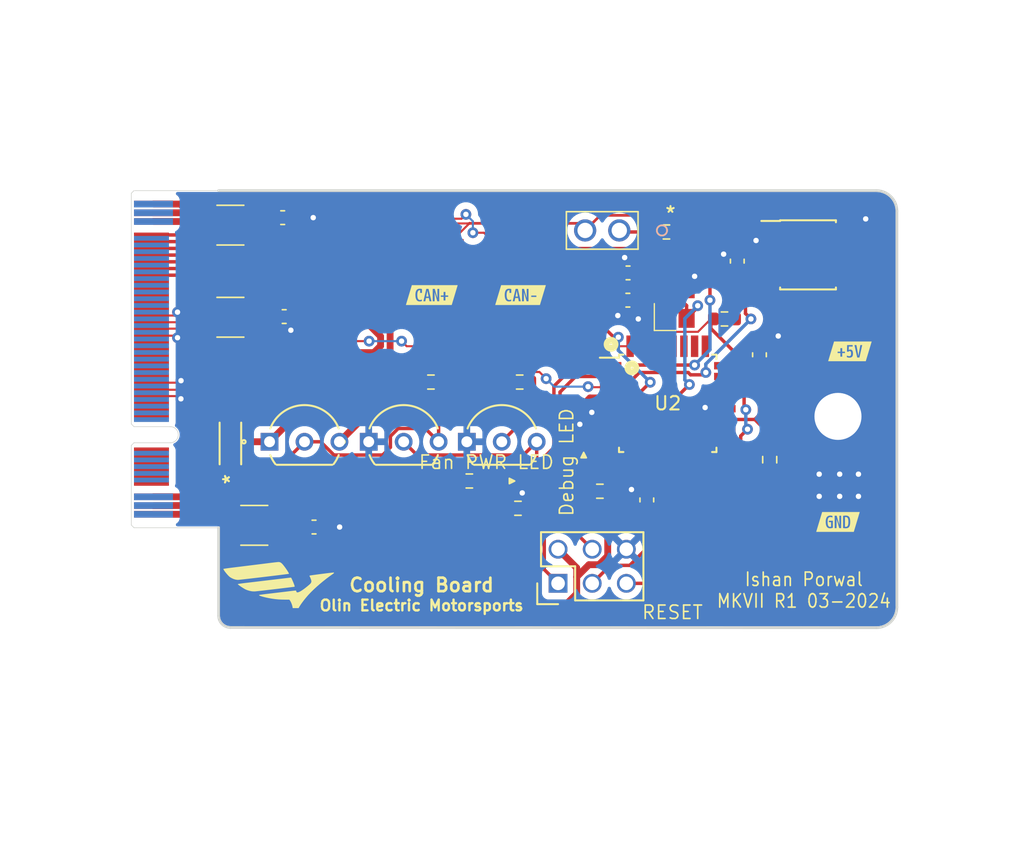
<source format=kicad_pcb>
(kicad_pcb (version 20221018) (generator pcbnew)
  (layers (0 "F.Cu" signal) (31 "B.Cu" signal) (34 "B.Paste" user) (35 "F.Paste" user) (36 "B.SilkS" user "B.Silkscreen") (37 "F.SilkS" user "F.Silkscreen") (38 "B.Mask" user) (39 "F.Mask" user) (44 "Edge.Cuts" user))
  (net 0 "")
  (net 1 "/pump_PWM")
  (net 2 "/Fan Power")
  (net 3 "+5V")
  (net 4 "GND")
  (net 24 "/CAN_+")
  (net 25 "/CAN_-")
  (net 41 "/Fan Signal")
  (net 56 "/RESET")
  (net 57 "/MISO")
  (net 58 "/MOSI")
  (net 59 "/CAN_TX")
  (net 60 "Net-(U2-AVCC)")
  (net 61 "Net-(U2-(PCINT25{slash}OC0B{slash}XTAL1)PE1)")
  (net 62 "Net-(U2-(PCINT26{slash}ADC0{slash}XTAL2)PE2)")
  (net 63 "Net-(U4-COLLECTOR)")
  (net 68 "Net-(U3-COLLECTOR)")
  (net 70 "Net-(D1-A)")
  (net 88 "/SCK")
  (net 89 "/CAN_RX")
  (net 90 "Net-(D2-A)")
  (net 91 "Net-(F1-Pad2)")
  (net 92 "Net-(F2-Pad2)")
  (net 93 "Net-(F3-Pad2)")
  (net 94 "Net-(U2-(PCINT0{slash}MISO{slash}PSCOUT2A)PB0)")
  (net 95 "Net-(U3-BASE)")
  (net 96 "+BATT")
  (net 98 "Net-(JP1-A)")
  (footprint "cooling-board:PN2222ABU" (layer "F.Cu") (at 101.33855 119.253)
    (fp_text reference "U5" hide)
    (fp_text value "PN2222ABU")
  )
  (footprint "OEM:R_0603" (layer "F.Cu") (at 116.205 122.174 180)
    (fp_text reference "R7" hide)
    (fp_text value "R_510" hide)
  )
  (footprint "footprints:SOIC-8_3.9x4.9mm_Pitch1.27mm_OEM" (layer "F.Cu") (at 141.40845 105.3362)
    (fp_text reference "U1" hide)
    (fp_text value "MCP2561-E_SN" hide)
  )
  (footprint "OEM:C_0603" (layer "F.Cu") (at 102.428 109.9312)
    (fp_text reference "C7" hide)
    (fp_text value "C_10uF" hide)
  )
  (footprint "footprints:Test_Point_SMD" (layer "F.Cu") (at 113.538 105.664)
    (fp_text reference "TP2" hide)
    (fp_text value "TP_SMD")
  )
  (footprint "cooling-board:PN2222ABU" (layer "F.Cu") (at 108.719 119.253)
    (fp_text reference "U4" hide)
    (fp_text value "PN2222ABU")
  )
  (footprint "oem:oem_logo_10mm" (layer "F.Cu") (at 102.108 129.921)
    (fp_text reference "G***" hide)
    (fp_text value "LOGO" hide)
  )
  (footprint "OEM:C_0603" (layer "F.Cu") (at 128.003 108.712 180)
    (fp_text reference "C5" hide)
    (fp_text value "C_30pF" hide)
  )
  (footprint "OEM:C_0603" (layer "F.Cu") (at 104.648 125.603)
    (fp_text reference "C6" hide)
    (fp_text value "C_10uF" hide)
  )
  (footprint "kibuzzard-65EFA8D0" (layer "F.Cu") (at 143.637 125.222)
    (fp_text reference "kibuzzard-65EFA8D0" hide)
    (fp_text value "G***" hide)
  )
  (footprint "OEM:R_0603" (layer "F.Cu") (at 113.348 114.808)
    (fp_text reference "R6" hide)
    (fp_text value "R_4.7K" hide)
  )
  (footprint "footprints:pinheader_1x2" (layer "F.Cu") (at 127.3635 103.5175 180)
    (fp_text reference "JP1" hide)
    (fp_text value "SolderJumper_2_Open" hide)
  )
  (footprint "footprints:Test_Point_SMD" (layer "F.Cu") (at 144.526 109.855)
    (fp_text reference "TP1" hide)
    (fp_text value "TP_SMD")
  )
  (footprint "footprints:LED_0603_1608Metric" (layer "F.Cu") (at 119.38 122.174 180)
    (fp_text reference "D1" hide)
    (fp_text value "Fan_Power_Led")
  )
  (footprint "OEM:R_0603" (layer "F.Cu") (at 138.557 120.586 90)
    (fp_text reference "R1" hide)
    (fp_text value "R_100" hide)
  )
  (footprint "OEM:R_0603" (layer "F.Cu") (at 119.824 124.206 180)
    (fp_text reference "R5" hide)
    (fp_text value "R_4.7K" hide)
  )
  (footprint "kibuzzard-65EFA786" (layer "F.Cu") (at 120.015 108.331)
    (fp_text reference "kibuzzard-65EFA786" hide)
    (fp_text value "G***" hide)
  )
  (footprint "cooling-board:1N4148W-13-F" (layer "F.Cu") (at 98.425 119.38 90)
    (fp_text reference "CR1" hide)
    (fp_text value "1N4148W-13-F")
  )
  (footprint "footprints:LED_0603_1608Metric" (layer "F.Cu") (at 124.714 120.2435 -90)
    (fp_text reference "D2" hide)
    (fp_text value "+5V LED")
  )
  (footprint "OEM:C_0603" (layer "F.Cu") (at 137.795 112.776 90)
    (fp_text reference "C3" hide)
    (fp_text value "C_100pF" hide)
  )
  (footprint "OEM:R_0603" (layer "F.Cu") (at 125.92 122.936 180)
    (fp_text reference "R8" hide)
    (fp_text value "R_160" hide)
  )
  (footprint "OEM:C_0603" (layer "F.Cu") (at 102.31545 102.5652)
    (fp_text reference "C8" hide)
    (fp_text value "C_10uF" hide)
  )
  (footprint "footprints:TQFP-32_7x7mm_Pitch0.8mm" (layer "F.Cu") (at 130.96845 116.3912)
    (fp_text reference "U2" hide)
    (fp_text value "ATMEGA16M1" hide)
  )
  (footprint "OEM:R_0603" (layer "F.Cu") (at 135.191 110.109 180)
    (fp_text reference "R3" hide)
    (fp_text value "R_10K" hide)
  )
  (footprint "OEM:C_0603" (layer "F.Cu") (at 136.144 105.804 90)
    (fp_text reference "C2" hide)
    (fp_text value "C_0.1uF" hide)
  )
  (footprint "OEM:R_0603" (layer "F.Cu") (at 119.952 114.808)
    (fp_text reference "R4" hide)
    (fp_text value "R_4.7K" hide)
  )
  (footprint "footprints:Fuse_1210" (layer "F.Cu") (at 100.203 125.476 180)
    (fp_text reference "F1" hide)
    (fp_text value "F_500mA_16V" hide)
  )
  (footprint "footprints:Fuse_1210" (layer "F.Cu") (at 98.425 103.124 180)
    (fp_text reference "F3" hide)
    (fp_text value "F_500mA_16V" hide)
  )
  (footprint "OEM:R_0603" (layer "F.Cu") (at 130.874 103.632)
    (fp_text reference "R2" hide)
    (fp_text value "R_120_DNP" hide)
  )
  (footprint "kibuzzard-65EFA7CF" (layer "F.Cu") (at 144.526 112.522)
    (fp_text reference "kibuzzard-65EFA7CF" hide)
    (fp_text value "G***" hide)
  )
  (footprint "footprints:Crystal_SMD_FA238" (layer "F.Cu") (at 131.572 108.966 90)
    (fp_text reference "Y1" hide)
    (fp_text value "Crystal_SMD" hide)
  )
  (footprint "OEM:M.2_Mount" (layer "F.Cu") (at 143.637 117.348)
    (fp_text reference "H1" hide)
    (fp_text value "M.2_MountingHole" hide)
  )
  (footprint "footprints:Test_Point_SMD" (layer "F.Cu") (at 143.637 122.555)
    (fp_text reference "TP4" hide)
    (fp_text value "TP_SMD")
  )
  (footprint "cooling-board:PN2222ABU" (layer "F.Cu") (at 116.018 119.253)
    (fp_text reference "U3" hide)
    (fp_text value "PN2222ABU")
  )
  (footprint "footprints:Pin_Header_Straight_2x03" (layer "F.Cu") (at 122.809 129.794 90)
    (fp_text reference "J2" hide)
    (fp_text value "CONN_02x03" hide)
  )
  (footprint "footprints:Automotive_M.2_Edge_Connector" (layer "F.Cu") (at 91.05045 113.1032 90)
    (fp_text reference "J1" hide)
    (fp_text value "Automotive_M.2" hide)
    (fp_line (start -12.55 0.2) (end -12.55 6.5) (stroke (width 0.05)) (layer "Edge.Cuts"))
    (fp_line (start -12.55 0.2) (end -12.35 0) (stroke (width 0.05)) (layer "Edge.Cuts"))
    (fp_line (start -12.35 0) (end -6.425 0) (stroke (width 0.05)) (layer "Edge.Cuts"))
    (fp_line (start -6.225 0.2) (end -6.425 0) (stroke (width 0.05)) (layer "Edge.Cuts"))
    (fp_line (start -6.225 2.9) (end -6.225 0.2) (stroke (width 0.05)) (layer "Edge.Cuts"))
    (fp_line (start -5.025 0.2) (end -4.825 0) (stroke (width 0.05)) (layer "Edge.Cuts"))
    (fp_line (start -5.025 2.9) (end -5.025 0.2) (stroke (width 0.05)) (layer "Edge.Cuts"))
    (fp_line (start -4.825 0) (end 12.35 0) (stroke (width 0.05)) (layer "Edge.Cuts"))
    (fp_line (start 12.55 0.2) (end 12.35 0) (stroke (width 0.05)) (layer "Edge.Cuts"))
    (fp_line (start 12.55 0.2) (end 12.55 6.5) (stroke (width 0.05)) (layer "Edge.Cuts"))
    (fp_arc (start -5.025 2.9) (mid -5.625 3.5) (end -6.225 2.9) (stroke (width 0.05)) (layer "Edge.Cuts"))
  )
  (footprint "footprints:Fuse_1210" (layer "F.Cu") (at 98.425 109.982 180)
    (fp_text reference "F2" hide)
    (fp_text value "F_500mA_16V" hide)
  )
  (footprint "OEM:C_0603" (layer "F.Cu") (at 129.413 123.584 90)
    (fp_text reference "C1" hide)
    (fp_text value "C_0.1uF" hide)
  )
  (footprint "footprints:Test_Point_SMD" (layer "F.Cu") (at 120.015 105.664)
    (fp_text reference "TP3" hide)
    (fp_text value "TP_SMD")
  )
  (footprint "OEM:C_0603" (layer "F.Cu") (at 128.016 106.68 180)
    (fp_text reference "C4" hide)
    (fp_text value "C_30pF" hide)
  )
  (footprint "kibuzzard-65EFA79B" (layer "F.Cu") (at 113.411 108.331)
    (fp_text reference "kibuzzard-65EFA79B" hide)
    (fp_text value "G***" hide)
  )
  (gr_line (start 146.49845 100.5532) (end 97.55045 100.5532) (stroke (width 0.2)) (layer "Edge.Cuts"))
  (gr_arc (start 146.49845 100.5532) (mid 147.576081 100.999569) (end 148.02245 102.0772) (stroke (width 0.2)) (layer "Edge.Cuts"))
  (gr_arc (start 98.425051 133.07928) (mid 97.80707 132.824265) (end 97.55045 132.206949) (stroke (width 0.2)) (layer "Edge.Cuts"))
  (gr_arc (start 148.02245 131.572) (mid 147.576081 132.649631) (end 146.49845 133.096) (stroke (width 0.2)) (layer "Edge.Cuts"))
  (gr_line (start 97.55045 125.6532) (end 97.55045 132.206949) (stroke (width 0.2)) (layer "Edge.Cuts"))
  (gr_line (start 148.02245 131.572) (end 148.02245 102.0772) (stroke (width 0.2)) (layer "Edge.Cuts"))
  (gr_line (start 98.425051 133.07928) (end 146.49845 133.096) (stroke (width 0.2)) (layer "Edge.Cuts"))
  (gr_text "Fan PWR LED" (at 117.475 120.777) (layer "F.SilkS") (effects (font (size 1 1) (thickness 0.12))))
  (gr_text "Debug LED" (at 123.444 120.777 90) (layer "F.SilkS") (effects (font (size 1 1) (thickness 0.12))))
  (gr_text "Olin Electric Motorsports" (at 112.649 131.445) (layer "F.SilkS") (effects (font (size 0.8 0.8) (thickness 0.175) bold)))
  (gr_text "Cooling Board" (at 112.649 129.921) (layer "F.SilkS") (effects (font (size 1 1) (thickness 0.2))))
  (gr_text "Ishan Porwal\nMKVII R1 03-2024\n" (at 141.097 130.302) (layer "F.SilkS") (effects (font (size 1 0.9) (thickness 0.12))))
  (gr_text "RESET" (at 131.318 131.953) (layer "F.SilkS") (effects (font (size 1 1) (thickness 0.12))))
  (segment (start 111.5442 112.1412) (end 128.16845 112.1412) (width 0.1524) (layer "F.Cu") (net 1))
  (segment (start 95.5676 115.3794) (end 99.187 111.76) (width 0.1524) (layer "F.Cu") (net 1))
  (segment (start 92.57665 115.3794) (end 95.5676 115.3794) (width 0.1524) (layer "F.Cu") (net 1))
  (segment (start 128.16825 112.141) (end 128.16845 112.1412) (width 0.1524) (layer "F.Cu") (net 1))
  (segment (start 111.163 111.76) (end 111.5442 112.1412) (width 0.1524) (layer "F.Cu") (net 1))
  (segment (start 92.55045 115.3532) (end 92.57665 115.3794) (width 0.1524) (layer "F.Cu") (net 1))
  (segment (start 99.187 111.76) (end 108.747 111.76) (width 0.1524) (layer "F.Cu") (net 1))
  (via (at 108.747 111.76) (size 0.8) (drill 0.4) (layers "F.Cu" "B.Cu") (net 1))
  (via (at 111.163 111.76) (size 0.8) (drill 0.4) (layers "F.Cu" "B.Cu") (net 1))
  (segment (start 108.747 111.76) (end 111.163 111.76) (width 0.1524) (layer "B.Cu") (net 1))
  (segment (start 106.041275 114.550275) (end 101.33855 119.253) (width 0.508) (layer "F.Cu") (net 2))
  (segment (start 100.023 119.253) (end 98.425 117.655) (width 0.508) (layer "F.Cu") (net 2))
  (segment (start 99.190725 114.550275) (end 106.041275 114.550275) (width 0.508) (layer "F.Cu") (net 2))
  (segment (start 99.06 123.063) (end 97.917 123.063) (width 0.508) (layer "F.Cu") (net 2))
  (segment (start 101.33855 119.253) (end 100.023 119.253) (width 0.508) (layer "F.Cu") (net 2))
  (segment (start 107.196939 109.0022) (end 109.601 111.406261) (width 0.508) (layer "F.Cu") (net 2))
  (segment (start 101.653 109.9312) (end 102.582 109.0022) (width 0.508) (layer "F.Cu") (net 2))
  (segment (start 109.601 111.406261) (end 109.601 112.113739) (width 0.508) (layer "F.Cu") (net 2))
  (segment (start 97.917 123.063) (end 96.901 122.047) (width 0.508) (layer "F.Cu") (net 2))
  (segment (start 99.875 109.982) (end 99.9258 109.9312) (width 0.381) (layer "F.Cu") (net 2))
  (segment (start 102.582 109.0022) (end 107.196939 109.0022) (width 0.508) (layer "F.Cu") (net 2))
  (segment (start 109.601 112.113739) (end 109.100739 112.614) (width 0.508) (layer "F.Cu") (net 2))
  (segment (start 99.9258 109.9312) (end 101.653 109.9312) (width 0.381) (layer "F.Cu") (net 2))
  (segment (start 96.901 116.84) (end 99.190725 114.550275) (width 0.508) (layer "F.Cu") (net 2))
  (segment (start 109.100739 112.614) (end 107.97755 112.614) (width 0.508) (layer "F.Cu") (net 2))
  (segment (start 107.97755 112.614) (end 106.041275 114.550275) (width 0.508) (layer "F.Cu") (net 2))
  (segment (start 99.949 122.174) (end 99.06 123.063) (width 0.508) (layer "F.Cu") (net 2))
  (segment (start 115.38 122.174) (end 99.949 122.174) (width 0.508) (layer "F.Cu") (net 2))
  (segment (start 96.901 122.047) (end 96.901 116.84) (width 0.508) (layer "F.Cu") (net 2))
  (segment (start 126.503 127.751) (end 126.503 125.487) (width 0.508) (layer "F.Cu") (net 3))
  (segment (start 140.046 106.83375) (end 140.046 113.192) (width 0.508) (layer "F.Cu") (net 3))
  (segment (start 123.534825 117.638175) (end 125.1818 115.9912) (width 0.508) (layer "F.Cu") (net 3))
  (segment (start 136.144 106.579) (end 136.7518 105.9712) (width 0.508) (layer "F.Cu") (net 3))
  (segment (start 138.70845 105.9712) (end 139.2452 105.9712) (width 0.508) (layer "F.Cu") (net 3))
  (segment (start 136.078 106.645) (end 136.144 106.579) (width 0.508) (layer "F.Cu") (net 3))
  (segment (start 114.768 124.674) (end 122.047 131.953) (width 0.508) (layer "F.Cu") (net 3))
  (segment (start 119.1005 124.206) (end 115.236 124.206) (width 0.508) (layer "F.Cu") (net 3))
  (segment (start 140.046 113.192) (end 143.51 109.728) (width 0.508) (layer "F.Cu") (net 3))
  (segment (start 125.846 128.408) (end 126.503 127.751) (width 0.508) (layer "F.Cu") (net 3))
  (segment (start 124.195 128.64) (end 124.195 129.315997) (width 0.508) (layer "F.Cu") (net 3))
  (segment (start 127.631 124.359) (end 129.413 124.359) (width 0.508) (layer "F.Cu") (net 3))
  (segment (start 140.046 113.192) (end 139.661 113.577) (width 0.508) (layer "F.Cu") (net 3))
  (segment (start 122.809 127.254) (end 124.195 128.64) (width 0.508) (layer "F.Cu") (net 3))
  (segment (start 124.195 129.315997) (end 125.102997 128.408) (width 0.508) (layer "F.Cu") (net 3))
  (segment (start 126.503 125.487) (end 125.233 125.487) (width 0.508) (layer "F.Cu") (net 3))
  (segment (start 126.503 125.487) (end 127.631 124.359) (width 0.508) (layer "F.Cu") (net 3))
  (segment (start 137.414 122.616) (end 138.557 121.473) (width 0.508) (layer "F.Cu") (net 3))
  (segment (start 122.047 131.953) (end 130.048 131.953) (width 0.508) (layer "F.Cu") (net 3))
  (segment (start 122.809 127.254) (end 122.87645 127.18655) (width 0.508) (layer "F.Cu") (net 3))
  (segment (start 125.1818 115.9912) (end 126.71845 115.9912) (width 0.508) (layer "F.Cu") (net 3))
  (segment (start 143.51 109.728) (end 144.78 109.728) (width 0.508) (layer "F.Cu") (net 3))
  (segment (start 124.195 130.567) (end 124.195 129.315997) (width 0.508) (layer "F.Cu") (net 3))
  (segment (start 122.047 131.953) (end 122.809 131.953) (width 0.508) (layer "F.Cu") (net 3))
  (segment (start 139.661 113.577) (end 139.661 120.369) (width 0.508) (layer "F.Cu") (net 3))
  (segment (start 139.18345 105.9712) (end 140.046 106.83375) (width 0.508) (layer "F.Cu") (net 3))
  (segment (start 139.661 120.369) (end 138.557 121.473) (width 0.508) (layer "F.Cu") (net 3))
  (segment (start 125.102997 128.408) (end 125.846 128.408) (width 0.508) (layer "F.Cu") (net 3))
  (segment (start 123.534825 123.788825) (end 123.534825 117.638175) (width 0.508) (layer "F.Cu") (net 3))
  (segment (start 136.7518 105.9712) (end 138.70845 105.9712) (width 0.508) (layer "F.Cu") (net 3))
  (segment (start 125.233 125.487) (end 123.534825 123.788825) (width 0.508) (layer "F.Cu") (net 3))
  (segment (start 136.078 110.109) (end 136.078 106.645) (width 0.508) (layer "F.Cu") (net 3))
  (segment (start 130.048 131.953) (end 137.414 124.587) (width 0.508) (layer "F.Cu") (net 3))
  (segment (start 122.809 131.953) (end 124.195 130.567) (width 0.508) (layer "F.Cu") (net 3))
  (segment (start 136.08445 110.10255) (end 136.078 110.109) (width 0.508) (layer "F.Cu") (net 3))
  (segment (start 101.653 125.476) (end 101.78 125.603) (width 0.508) (layer "F.Cu") (net 3))
  (segment (start 138.70845 105.9712) (end 139.18345 105.9712) (width 0.508) (layer "F.Cu") (net 3))
  (segment (start 137.414 124.587) (end 137.414 122.616) (width 0.508) (layer "F.Cu") (net 3))
  (segment (start 101.78 125.603) (end 103.873 125.603) (width 0.508) (layer "F.Cu") (net 3))
  (segment (start 115.236 124.206) (end 114.768 124.674) (width 0.508) (layer "F.Cu") (net 3))
  (segment (start 103.873 125.603) (end 104.802 124.674) (width 0.508) (layer "F.Cu") (net 3))
  (segment (start 104.802 124.674) (end 114.768 124.674) (width 0.508) (layer "F.Cu") (net 3))
  (segment (start 137.9752 104.7012) (end 137.541 104.267) (width 0.254) (layer "F.Cu") (net 4))
  (segment (start 130.772 110.066) (end 128.821 110.066) (width 0.508) (layer "F.Cu") (net 4))
  (segment (start 128.821 110.066) (end 128.778 110.109) (width 0.508) (layer "F.Cu") (net 4))
  (segment (start 127.228 108.712) (end 127.228 109.829) (width 0.508) (layer "F.Cu") (net 4))
  (segment (start 92.55045 111.3532) (end 94.3352 111.3532) (width 0.1524) (layer "F.Cu") (net 4))
  (segment (start 133.83845 116.7912) (end 133.75045 116.7032) (width 0.508) (layer "F.Cu") (net 4))
  (segment (start 128.27 122.809) (end 129.413 122.809) (width 0.508) (layer "F.Cu") (net 4))
  (segment (start 105.423 125.603) (end 106.553 125.603) (width 0.508) (layer "F.Cu") (net 4))
  (segment (start 139.0462 111.2332) (end 139.192 111.379) (width 0.508) (layer "F.Cu") (net 4))
  (segment (start 144.929571 103.4312) (end 145.70025 102.660521) (width 0.254) (layer "F.Cu") (net 4))
  (segment (start 120.1675 123.0375) (end 120.142 123.063) (width 0.508) (layer "F.Cu") (net 4))
  (segment (start 132.372 107.531) (end 132.969 106.934) (width 0.508) (layer "F.Cu") (net 4))
  (segment (start 124.714 119.058) (end 124.714 118.237) (width 0.508) (layer "F.Cu") (net 4))
  (segment (start 92.55045 115.8532) (end 94.5396 115.8532) (width 0.1524) (layer "F.Cu") (net 4))
  (segment (start 125.58954 116.7912) (end 125.31787 117.06287) (width 0.508) (layer "F.Cu") (net 4))
  (segment (start 103.09045 102.5652) (end 104.58845 102.5652) (width 0.381) (layer "F.Cu") (net 4))
  (segment (start 135.21845 116.7912) (end 133.83845 116.7912) (width 0.508) (layer "F.Cu") (net 4))
  (segment (start 92.55045 114.8532) (end 94.60045 114.8532) (width 0.1524) (layer "F.Cu") (net 4))
  (segment (start 124.714 118.237) (end 124.42887 117.95187) (width 0.508) (layer "F.Cu") (net 4))
  (segment (start 103.076 110.7942) (end 102.796 111.0742) (width 0.508) (layer "F.Cu") (net 4))
  (segment (start 120.1675 122.174) (end 120.1675 123.0375) (width 0.508) (layer "F.Cu") (net 4))
  (segment (start 103.203 109.9312) (end 103.203 110.6672) (width 0.508) (layer "F.Cu") (net 4))
  (segment (start 138.417 111.379) (end 137.795 112.001) (width 0.508) (layer "F.Cu") (net 4))
  (segment (start 127.228 109.829) (end 127.254 109.855) (width 0.508) (layer "F.Cu") (net 4))
  (segment (start 144.10845 103.4312) (end 144.929571 103.4312) (width 0.254) (layer "F.Cu") (net 4))
  (segment (start 138.70845 104.7012) (end 137.9752 104.7012) (width 0.254) (layer "F.Cu") (net 4))
  (segment (start 94.60045 114.8532) (end 94.75045 114.7032) (width 0.1524) (layer "F.Cu") (net 4))
  (segment (start 139.192 111.379) (end 138.417 111.379) (width 0.508) (layer "F.Cu") (net 4))
  (segment (start 94.2358 109.8532) (end 94.488 109.601) (width 0.1524) (layer "F.Cu") (net 4))
  (segment (start 135.382 105.029) (end 135.128 105.283) (width 0.508) (layer "F.Cu") (net 4))
  (segment (start 127.241 106.68) (end 127.241 106.058) (width 0.508) (layer "F.Cu") (net 4))
  (segment (start 136.144 105.029) (end 135.382 105.029) (width 0.508) (layer "F.Cu") (net 4))
  (segment (start 126.71845 116.7912) (end 125.58954 116.7912) (width 0.508) (layer "F.Cu") (net 4))
  (segment (start 92.55045 109.8532) (end 94.2358 109.8532) (width 0.1524) (layer "F.Cu") (net 4))
  (segment (start 94.5396 115.8532) (end 94.742 116.0556) (width 0.1524) (layer "F.Cu") (net 4))
  (segment (start 94.3352 111.3532) (end 94.488 111.506) (width 0.1524) (layer "F.Cu") (net 4))
  (segment (start 144.10845 103.4312) (end 143.63345 103.4312) (width 0.508) (layer "F.Cu") (net 4))
  (segment (start 132.372 107.866) (end 132.372 107.531) (width 0.508) (layer "F.Cu") (net 4))
  (segment (start 127.241 106.058) (end 127.762 105.537) (width 0.508) (layer "F.Cu") (net 4))
  (via (at 94.488 109.601) (size 0.8) (drill 0.4) (layers "F.Cu" "B.Cu") (net 4))
  (via (at 142.24 121.666) (size 0.8) (drill 0.4) (layers "F.Cu" "B.Cu") (net 4))
  (via (at 145.161 121.666) (size 0.8) (drill 0.4) (layers "F.Cu" "B.Cu") (net 4))
  (via (at 127.762 105.537) (size 0.8) (drill 0.4) (layers "F.Cu" "B.Cu") (net 4))
  (via (at 132.969 106.934) (size 0.8) (drill 0.4) (layers "F.Cu" "B.Cu") (net 4))
  (via (at 104.58845 102.5652) (size 0.8) (drill 0.4) (layers "F.Cu" "B.Cu") (net 4))
  (via (at 139.192 111.379) (size 0.8) (drill 0.4) (layers "F.Cu" "B.Cu") (net 4))
  (via (at 142.24 123.317) (size 0.8) (drill 0.4) (layers "F.Cu" "B.Cu") (net 4))
  (via (at 137.541 104.267) (size 0.8) (drill 0.4) (layers "F.Cu" "B.Cu") (net 4))
  (via (at 125.31787 117.06287) (size 0.8) (drill 0.4) (layers "F.Cu" "B.Cu") (net 4))
  (via (at 143.764 123.317) (size 0.8) (drill 0.4) (layers "F.Cu" "B.Cu") (net 4))
  (via (at 145.161 123.317) (size 0.8) (drill 0.4) (layers "F.Cu" "B.Cu") (net 4))
  (via (at 143.764 121.666) (size 0.8) (drill 0.4) (layers "F.Cu" "B.Cu") (net 4))
  (via (at 106.553 125.603) (size 0.8) (drill 0.4) (layers "F.Cu" "B.Cu") (net 4))
  (via (at 124.42887 117.95187) (size 0.8) (drill 0.4) (layers "F.Cu" "B.Cu") (net 4))
  (via (at 94.488 111.506) (size 0.8) (drill 0.4) (layers "F.Cu" "B.Cu") (net 4))
  (via (at 94.742 116.0556) (size 0.8) (drill 0.4) (layers "F.Cu" "B.Cu") (net 4))
  (via (at 145.70025 102.660521) (size 0.8) (drill 0.4) (layers "F.Cu" "B.Cu") (net 4))
  (via (at 128.778 110.109) (size 0.8) (drill 0.4) (layers "F.Cu" "B.Cu") (net 4))
  (via (at 135.128 105.283) (size 0.8) (drill 0.4) (layers "F.Cu" "B.Cu") (net 4))
  (via (at 127.254 109.855) (size 0.8) (drill 0.4) (layers "F.Cu" "B.Cu") (net 4))
  (via (at 120.142 123.063) (size 0.8) (drill 0.4) (layers "F.Cu" "B.Cu") (net 4))
  (via (at 133.75045 116.7032) (size 0.8) (drill 0.4) (layers "F.Cu" "B.Cu") (net 4))
  (via (at 94.75045 114.7032) (size 0.8) (drill 0.4) (layers "F.Cu" "B.Cu") (net 4))
  (via (at 128.27 122.809) (size 0.8) (drill 0.4) (layers "F.Cu" "B.Cu") (net 4))
  (via (at 102.923 110.9472) (size 0.8) (drill 0.4) (layers "F.Cu" "B.Cu") (net 4))
  (segment (start 98.9352 101.5978) (end 98.933 101.6) (width 0.1524) (layer "F.Cu") (net 24))
  (segment (start 92.57385 110.8298) (end 92.55045 110.8532) (width 0.1524) (layer "F.Cu") (net 24))
  (segment (start 116.205 102.997) (end 113.538 105.664) (width 0.1524) (layer "F.Cu") (net 24))
  (segment (start 124.29498 102.98898) (end 116.21302 102.98898) (width 0.2) (layer "F.Cu") (net 24))
  (segment (start 116.205 102.997) (end 105.976542 102.997) (width 0.1524) (layer "F.Cu") (net 24))
  (segment (start 98.933 101.6) (end 98.933 111.252) (width 0.1524) (layer "F.Cu") (net 24))
  (segment (start 104.577342 101.5978) (end 98.9352 101.5978) (width 0.1524) (layer "F.Cu") (net 24))
  (segment (start 125.949 102.392) (end 124.8235 103.5175) (width 0.2) (layer "F.Cu") (net 24))
  (segment (start 98.933 111.252) (end 98.3244 111.8606) (width 0.1524) (layer "F.Cu") (net 24))
  (segment (start 116.21302 102.98898) (end 116.205 102.997) (width 0.2) (layer "F.Cu") (net 24))
  (segment (start 105.976542 102.997) (end 104.577342 101.5978) (width 0.1524) (layer "F.Cu") (net 24))
  (segment (start 95.8586 111.8606) (end 94.8278 110.8298) (width 0.1524) (layer "F.Cu") (net 24))
  (segment (start 124.8235 103.5175) (end 124.29498 102.98898) (width 0.2) (layer "F.Cu") (net 24))
  (segment (start 98.3244 111.8606) (end 95.8586 111.8606) (width 0.1524) (layer "F.Cu") (net 24))
  (segment (start 144.10845 104.7012) (end 143.63345 104.7012) (width 0.2) (layer "F.Cu") (net 24))
  (segment (start 143.63345 104.7012) (end 141.32425 102.392) (width 0.2) (layer "F.Cu") (net 24))
  (segment (start 141.32425 102.392) (end 125.949 102.392) (width 0.2) (layer "F.Cu") (net 24))
  (segment (start 94.8278 110.8298) (end 92.57385 110.8298) (width 0.1524) (layer "F.Cu") (net 24))
  (segment (start 130.494 104.837) (end 120.842 104.837) (width 0.2) (layer "F.Cu") (net 25))
  (segment (start 132.4998 102.8312) (end 131.699 103.632) (width 0.2) (layer "F.Cu") (net 25))
  (segment (start 117.28998 103.68898) (end 116.469313 103.68898) (width 0.1524) (layer "F.Cu") (net 25))
  (segment (start 143.63345 105.9712) (end 140.49345 102.8312) (width 0.2) (layer "F.Cu") (net 25))
  (segment (start 144.10845 105.9712) (end 143.63345 105.9712) (width 0.2) (layer "F.Cu") (net 25))
  (segment (start 96.2488 111.5082) (end 95.885 111.1444) (width 0.1524) (layer "F.Cu") (net 25))
  (segment (start 131.699 103.632) (end 130.494 104.837) (width 0.2) (layer "F.Cu") (net 25))
  (segment (start 140.49345 102.8312) (end 132.4998 102.8312) (width 0.2) (layer "F.Cu") (net 25))
  (segment (start 95.6212 110.3532) (end 92.55045 110.3532) (width 0.1524) (layer "F.Cu") (net 25))
  (segment (start 106.12251 102.6446) (end 104.69691 101.219) (width 0.1524) (layer "F.Cu") (net 25))
  (segment (start 98.552 101.219) (end 98.552 110.871) (width 0.1524) (layer "F.Cu") (net 25))
  (segment (start 119.265 105.664) (end 117.28998 103.68898) (width 0.1524) (layer "F.Cu") (net 25))
  (segment (start 120.842 104.837) (end 120.015 105.664) (width 0.2) (layer "F.Cu") (net 25))
  (segment (start 95.885 111.1444) (end 95.885 110.617) (width 0.1524) (layer "F.Cu") (net 25))
  (segment (start 97.9148 111.5082) (end 96.2488 111.5082) (width 0.1524) (layer "F.Cu") (net 25))
  (segment (start 95.885 110.617) (end 95.6212 110.3532) (width 0.1524) (layer "F.Cu") (net 25))
  (segment (start 98.552 110.871) (end 97.9148 111.5082) (width 0.1524) (layer "F.Cu") (net 25))
  (segment (start 120.015 105.664) (end 119.265 105.664) (width 0.1524) (layer "F.Cu") (net 25))
  (segment (start 115.951 102.3208) (end 115.6272 102.6446) (width 0.1524) (layer "F.Cu") (net 25))
  (segment (start 115.6272 102.6446) (end 106.12251 102.6446) (width 0.1524) (layer "F.Cu") (net 25))
  (segment (start 104.69691 101.219) (end 98.552 101.219) (width 0.1524) (layer "F.Cu") (net 25))
  (via (at 115.951 102.3208) (size 0.8) (drill 0.4) (layers "F.Cu" "B.Cu") (net 25))
  (via (at 116.469313 103.68898) (size 0.8) (drill 0.4) (layers "F.Cu" "B.Cu") (net 25))
  (segment (start 116.469313 103.68898) (end 116.469313 102.839113) (width 0.1524) (layer "B.Cu") (net 25))
  (segment (start 116.469313 102.839113) (end 115.951 102.3208) (width 0.1524) (layer "B.Cu") (net 25))
  (segment (start 125.041742 115.148762) (end 125.08418 115.1912) (width 0.1524) (layer "F.Cu") (net 41))
  (segment (start 125.08418 115.1912) (end 126.71845 115.1912) (width 0.1524) (layer "F.Cu") (net 41))
  (segment (start 126.53845 115.0112) (end 126.71845 115.1912) (width 0.1524) (layer "F.Cu") (net 41))
  (segment (start 121.4228 114.0568) (end 119.9532 114.0568) (width 0.1524) (layer "F.Cu") (net 41))
  (segment (start 121.92 114.554) (end 121.4228 114.0568) (width 0.1524) (layer "F.Cu") (net 41))
  (segment (start 119.9532 114.0568) (end 119.202 114.808) (width 0.1524) (layer "F.Cu") (net 41))
  (via (at 121.92 114.554) (size 0.8) (drill 0.4) (layers "F.Cu" "B.Cu") (net 41))
  (via (at 125.041742 115.148762) (size 0.8) (drill 0.4) (layers "F.Cu" "B.Cu") (net 41))
  (segment (start 122.514762 115.148762) (end 125.041742 115.148762) (width 0.1524) (layer "B.Cu") (net 41))
  (segment (start 121.92 114.554) (end 122.514762 115.148762) (width 0.1524) (layer "B.Cu") (net 41))
  (segment (start 129.949784 129.794) (end 127.889 129.794) (width 0.254) (layer "F.Cu") (net 56))
  (segment (start 136.779 116.8642) (end 136.652 116.7372) (width 0.254) (layer "F.Cu") (net 56))
  (segment (start 128.96845 111.1888) (end 128.96845 112.1412) (width 0.1524) (layer "F.Cu") (net 56))
  (segment (start 136.906 118.3182) (end 136.398 118.8262) (width 0.254) (layer "F.Cu") (net 56))
  (segment (start 133.222 111.065) (end 129.09225 111.065) (width 0.1524) (layer "F.Cu") (net 56))
  (segment (start 129.09225 111.065) (end 128.96845 111.1888) (width 0.1524) (layer "F.Cu") (net 56))
  (segment (start 136.398 123.345784) (end 129.949784 129.794) (width 0.254) (layer "F.Cu") (net 56))
  (segment (start 136.398 118.8262) (end 136.398 123.345784) (width 0.254) (layer "F.Cu") (net 56))
  (segment (start 136.652 113.29575) (end 134.178 110.82175) (width 0.254) (layer "F.Cu") (net 56))
  (segment (start 134.178 110.109) (end 133.222 111.065) (width 0.1524) (layer "F.Cu") (net 56))
  (segment (start 136.652 116.7372) (end 136.652 113.29575) (width 0.254) (layer "F.Cu") (net 56))
  (segment (start 134.178 110.82175) (end 134.178 110.109) (width 0.254) (layer "F.Cu") (net 56))
  (via (at 136.906 118.3182) (size 0.8) (drill 0.4) (layers "F.Cu" "B.Cu") (net 56))
  (via (at 136.779 116.8642) (size 0.8) (drill 0.4) (layers "F.Cu" "B.Cu") (net 56))
  (segment (start 136.779 118.1912) (end 136.906 118.3182) (width 0.254) (layer "B.Cu") (net 56))
  (segment (start 136.779 116.8642) (end 136.779 118.1912) (width 0.254) (layer "B.Cu") (net 56))
  (segment (start 122.809 129.794) (end 121.782 128.767) (width 0.254) (layer "F.Cu") (net 57))
  (segment (start 121.782 120.399395) (end 122.499825 119.68157) (width 0.254) (layer "F.Cu") (net 57))
  (segment (start 121.782 128.767) (end 121.782 120.399395) (width 0.254) (layer "F.Cu") (net 57))
  (segment (start 124.0258 113.5912) (end 126.71845 113.5912) (width 0.254) (layer "F.Cu") (net 57))
  (segment (start 122.499825 119.68157) (end 122.499825 115.117175) (width 0.254) (layer "F.Cu") (net 57))
  (segment (start 122.499825 115.117175) (end 124.0258 113.5912) (width 0.254) (layer "F.Cu") (net 57))
  (segment (start 122.953825 124.858825) (end 125.349 127.254) (width 0.254) (layer "F.Cu") (net 58))
  (segment (start 126.71845 114.3912) (end 124.1148 114.3912) (width 0.254) (layer "F.Cu") (net 58))
  (segment (start 126.66225 114.335) (end 126.71845 114.3912) (width 0.254) (layer "F.Cu") (net 58))
  (segment (start 122.953825 115.552175) (end 122.953825 124.858825) (width 0.254) (layer "F.Cu") (net 58))
  (segment (start 124.1148 114.3912) (end 122.953825 115.552175) (width 0.254) (layer "F.Cu") (net 58))
  (segment (start 127.84545 114.47055) (end 128.774798 113.541202) (width 0.254) (layer "F.Cu") (net 59))
  (segment (start 135.23345 103.4312) (end 138.70845 103.4312) (width 0.254) (layer "F.Cu") (net 59))
  (segment (start 134.112 108.712) (end 134.112 104.55265) (width 0.254) (layer "F.Cu") (net 59))
  (segment (start 134.112 104.55265) (end 135.23345 103.4312) (width 0.254) (layer "F.Cu") (net 59))
  (segment (start 126.71845 117.5912) (end 127.64745 117.5912) (width 0.254) (layer "F.Cu") (net 59))
  (segment (start 127.84545 117.3932) (end 127.84545 114.47055) (width 0.254) (layer "F.Cu") (net 59))
  (segment (start 127.64745 117.5912) (end 127.84545 117.3932) (width 0.254) (layer "F.Cu") (net 59))
  (segment (start 128.774798 113.541202) (end 132.969 113.541202) (width 0.254) (layer "F.Cu") (net 59))
  (via (at 132.969 113.541202) (size 0.8) (drill 0.4) (layers "F.Cu" "B.Cu") (net 59))
  (via (at 134.112 108.712) (size 0.8) (drill 0.4) (layers "F.Cu" "B.Cu") (net 59))
  (segment (start 132.969 113.541202) (end 134.112 112.398202) (width 0.254) (layer "B.Cu") (net 59))
  (segment (start 134.112 112.398202) (end 134.112 108.712) (width 0.254) (layer "B.Cu") (net 59))
  (segment (start 135.21845 117.5912) (end 137.44645 117.5912) (width 0.254) (layer "F.Cu") (net 60))
  (segment (start 137.44645 117.5912) (end 137.795 117.24265) (width 0.254) (layer "F.Cu") (net 60))
  (segment (start 137.795 117.24265) (end 137.795 113.551) (width 0.254) (layer "F.Cu") (net 60))
  (segment (start 137.44645 117.5912) (end 138.557 118.70175) (width 0.254) (layer "F.Cu") (net 60))
  (segment (start 138.557 118.70175) (end 138.557 119.573) (width 0.254) (layer "F.Cu") (net 60))
  (segment (start 128.96845 120.6412) (end 128.96845 115.519026) (width 0.254) (layer "F.Cu") (net 61))
  (segment (start 129.586 106.68) (end 128.791 106.68) (width 0.254) (layer "F.Cu") (net 61))
  (segment (start 126.318 107.635) (end 128.188 107.635) (width 0.25) (layer "F.Cu") (net 61))
  (segment (start 127.293448 111.465) (end 126.949695 111.465) (width 0.25) (layer "F.Cu") (net 61))
  (segment (start 128.188 107.635) (end 128.458 107.635) (width 0.254) (layer "F.Cu") (net 61))
  (segment (start 126.949695 111.465) (end 126.318 110.833305) (width 0.25) (layer "F.Cu") (net 61))
  (segment (start 129.586 106.68) (end 130.772 107.866) (width 0.254) (layer "F.Cu") (net 61))
  (segment (start 128.791 107.302) (end 128.791 106.68) (width 0.254) (layer "F.Cu") (net 61))
  (segment (start 128.96845 115.519026) (end 129.667 114.820476) (width 0.254) (layer "F.Cu") (net 61))
  (segment (start 128.458 107.635) (end 128.791 107.302) (width 0.254) (layer "F.Cu") (net 61))
  (segment (start 126.318 110.833305) (end 126.318 107.635) (width 0.25) (layer "F.Cu") (net 61))
  (via (at 127.293448 111.465) (size 0.8) (drill 0.4) (layers "F.Cu" "B.Cu") (net 61))
  (via (at 129.667 114.820476) (size 0.8) (drill 0.4) (layers "F.Cu" "B.Cu") (net 61))
  (segment (start 129.667 114.820476) (end 127.293448 112.446924) (width 0.25) (layer "B.Cu") (net 61))
  (segment (start 127.293448 112.446924) (end 127.293448 111.465) (width 0.25) (layer "B.Cu") (net 61))
  (segment (start 132.299 109.039) (end 132.372 109.112) (width 0.254) (layer "F.Cu") (net 62))
  (segment (start 132.581407 114.990044) (end 129.76845 117.803001) (width 0.254) (layer "F.Cu") (net 62))
  (segment (start 129.845 109.039) (end 129.518 108.712) (width 0.254) (layer "F.Cu") (net 62))
  (segment (start 129.845 109.039) (end 132.299 109.039) (width 0.254) (layer "F.Cu") (net 62))
  (segment (start 133.199624 109.238376) (end 132.372 110.066) (width 0.254) (layer "F.Cu") (net 62))
  (segment (start 133.199624 109.121359) (end 133.199624 109.238376) (width 0.254) (layer "F.Cu") (net 62))
  (segment (start 129.76845 117.803001) (end 129.76845 120.6412) (width 0.254) (layer "F.Cu") (net 62))
  (segment (start 132.372 109.112) (end 132.372 110.066) (width 0.254) (layer "F.Cu") (net 62))
  (segment (start 129.518 108.712) (end 128.778 108.712) (width 0.254) (layer "F.Cu") (net 62))
  (via (at 133.199624 109.121359) (size 0.8) (drill 0.4) (layers "F.Cu" "B.Cu") (net 62))
  (via (at 132.581407 114.990044) (size 0.8) (drill 0.4) (layers "F.Cu" "B.Cu") (net 62))
  (segment (start 132.242 110.078983) (end 132.242 114.650637) (width 0.254) (layer "B.Cu") (net 62))
  (segment (start 132.242 114.650637) (end 132.581407 114.990044) (width 0.254) (layer "B.Cu") (net 62))
  (segment (start 133.199624 109.121359) (end 132.242 110.078983) (width 0.254) (layer "B.Cu") (net 62))
  (segment (start 102.08655 121.105) (end 103.93855 119.253) (width 0.254) (layer "F.Cu") (net 63))
  (segment (start 105.142155 119.253) (end 106.129555 120.2404) (width 0.254) (layer "F.Cu") (net 63))
  (segment (start 112.9316 118.2656) (end 113.919 119.253) (width 0.254) (layer "F.Cu") (net 63))
  (segment (start 110.3316 118.844005) (end 110.910005 118.2656) (width 0.254) (layer "F.Cu") (net 63))
  (segment (start 103.93855 119.253) (end 105.142155 119.253) (width 0.254) (layer "F.Cu") (net 63))
  (segment (start 113.919 115.062) (end 114.173 114.808) (width 0.254) (layer "F.Cu") (net 63))
  (segment (start 106.129555 120.2404) (end 109.7566 120.2404) (width 0.254) (layer "F.Cu") (net 63))
  (segment (start 109.7566 120.2404) (end 110.3316 119.6654) (width 0.254) (layer "F.Cu") (net 63))
  (segment (start 110.3316 119.6654) (end 110.3316 118.844005) (width 0.254) (layer "F.Cu") (net 63))
  (segment (start 113.919 119.253) (end 113.919 115.062) (width 0.254) (layer "F.Cu") (net 63))
  (segment (start 110.910005 118.2656) (end 112.9316 118.2656) (width 0.254) (layer "F.Cu") (net 63))
  (segment (start 98.425 121.105) (end 102.08655 121.105) (width 0.254) (layer "F.Cu") (net 63))
  (segment (start 121.218 123.6635) (end 120.6755 124.206) (width 0.254) (layer "F.Cu") (net 68))
  (segment (start 121.218 119.253) (end 120.2306 120.2404) (width 0.254) (layer "F.Cu") (net 68))
  (segment (start 120.2306 120.2404) (end 112.3064 120.2404) (width 0.254) (layer "F.Cu") (net 68))
  (segment (start 112.3064 120.2404) (end 111.319 119.253) (width 0.254) (layer "F.Cu") (net 68))
  (segment (start 121.218 119.253) (end 121.218 123.6635) (width 0.254) (layer "F.Cu") (net 68))
  (segment (start 117.03 122.174) (end 118.5925 122.174) (width 0.254) (layer "F.Cu") (net 70))
  (segment (start 130.56845 126.026948) (end 130.56845 120.6412) (width 0.254) (layer "F.Cu") (net 88))
  (segment (start 125.349 129.794) (end 126.688024 128.454976) (width 0.254) (layer "F.Cu") (net 88))
  (segment (start 126.688024 128.454976) (end 128.140422 128.454976) (width 0.254) (layer "F.Cu") (net 88))
  (segment (start 128.140422 128.454976) (end 130.56845 126.026948) (width 0.254) (layer "F.Cu") (net 88))
  (segment (start 128.29945 114.658602) (end 128.864576 114.093476) (width 0.254) (layer "F.Cu") (net 89))
  (segment (start 127.489503 118.3912) (end 128.29945 117.581253) (width 0.254) (layer "F.Cu") (net 89))
  (segment (start 136.755 109.19465) (end 138.70845 107.2412) (width 0.254) (layer "F.Cu") (net 89))
  (segment (start 132.667866 114.268202) (end 133.62794 114.268202) (width 0.254) (layer "F.Cu") (net 89))
  (segment (start 137.16 110.109) (end 136.755 109.704) (width 0.254) (layer "F.Cu") (net 89))
  (segment (start 128.864576 114.093476) (end 132.49314 114.093476) (width 0.254) (layer "F.Cu") (net 89))
  (segment (start 126.71845 118.3912) (end 127.489503 118.3912) (width 0.254) (layer "F.Cu") (net 89))
  (segment (start 133.62794 114.268202) (end 133.802666 114.093476) (width 0.254) (layer "F.Cu") (net 89))
  (segment (start 136.755 109.704) (end 136.755 109.19465) (width 0.254) (layer "F.Cu") (net 89))
  (segment (start 132.49314 114.093476) (end 132.667866 114.268202) (width 0.254) (layer "F.Cu") (net 89))
  (segment (start 128.29945 117.581253) (end 128.29945 114.658602) (width 0.254) (layer "F.Cu") (net 89))
  (via (at 133.802666 114.093476) (size 0.8) (drill 0.4) (layers "F.Cu" "B.Cu") (net 89))
  (via (at 137.16 110.109) (size 0.8) (drill 0.4) (layers "F.Cu" "B.Cu") (net 89))
  (segment (start 133.802666 114.093476) (end 133.802666 113.466334) (width 0.254) (layer "B.Cu") (net 89))
  (segment (start 133.802666 113.466334) (end 137.16 110.109) (width 0.254) (layer "B.Cu") (net 89))
  (segment (start 125.095 121.539) (end 124.714 121.158) (width 0.254) (layer "F.Cu") (net 90))
  (segment (start 125.095 122.936) (end 125.095 121.539) (width 0.254) (layer "F.Cu") (net 90))
  (segment (start 92.70045 123.3532) (end 96.6302 123.3532) (width 0.508) (layer "F.Cu") (net 91))
  (segment (start 96.6302 123.3532) (end 98.753 125.476) (width 0.508) (layer "F.Cu") (net 91))
  (segment (start 97.2802 124.0032) (end 98.753 125.476) (width 0.508) (layer "F.Cu") (net 91))
  (segment (start 92.70045 124.0032) (end 97.2802 124.0032) (width 0.508) (layer "F.Cu") (net 91))
  (segment (start 92.70045 124.6532) (end 97.9302 124.6532) (width 0.508) (layer "F.Cu") (net 91))
  (segment (start 97.9302 124.6532) (end 98.753 125.476) (width 0.508) (layer "F.Cu") (net 91))
  (segment (start 95.6222 106.8512) (end 95.3328 106.8512) (width 0.254) (layer "F.Cu") (net 92))
  (segment (start 95.3328 106.8512) (end 92.55045 106.8512) (width 0.254) (layer "F.Cu") (net 92))
  (segment (start 95.8942 105.8532) (end 96.975 106.934) (width 0.254) (layer "F.Cu") (net 92))
  (segment (start 96.2192 104.8552) (end 92.55045 104.8552) (width 0.254) (layer "F.Cu") (net 92))
  (segment (start 96.975 105.611) (end 96.2192 104.8552) (width 0.254) (layer "F.Cu") (net 92))
  (segment (start 95.7592 106.3532) (end 96.975 107.569) (width 0.254) (layer "F.Cu") (net 92))
  (segment (start 92.55045 105.3532) (end 96.0822 105.3532) (width 0.254) (layer "F.Cu") (net 92))
  (segment (start 96.975 109.982) (end 96.975 105.611) (width 0.508) (layer "F.Cu") (net 92))
  (segment (start 96.975 108.204) (end 95.6222 106.8512) (width 0.254) (layer "F.Cu") (net 92))
  (segment (start 96.0822 105.3532) (end 96.975 106.246) (width 0.254) (layer "F.Cu") (net 92))
  (segment (start 92.55045 105.8532) (end 95.8942 105.8532) (width 0.254) (layer "F.Cu") (net 92))
  (segment (start 92.55045 106.3532) (end 95.7592 106.3532) (width 0.254) (layer "F.Cu") (net 92))
  (segment (start 94.6952 101.5532) (end 92.70045 101.5532) (width 0.508) (layer "F.Cu") (net 93))
  (segment (start 95.864799 103.853201) (end 95.3668 104.3512) (width 0.254) (layer "F.Cu") (net 93))
  (segment (start 92.55045 103.853201) (end 95.864799 103.853201) (width 0.254) (layer "F.Cu") (net 93))
  (segment (start 95.377 102.235) (end 94.6952 101.5532) (width 0.508) (layer "F.Cu") (net 93))
  (segment (start 96.594 103.124) (end 96.975 103.124) (width 0.254) (layer "F.Cu") (net 93))
  (segment (start 94.7588 102.8532) (end 92.70045 102.8532) (width 0.508) (layer "F.Cu") (net 93))
  (segment (start 95.3668 104.3512) (end 92.55045 104.3512) (width 0.254) (layer "F.Cu") (net 93))
  (segment (start 95.3452 102.2032) (end 92.70045 102.2032) (width 0.508) (layer "F.Cu") (net 93))
  (segment (start 95.377 102.235) (end 95.3452 102.2032) (width 0.508) (layer "F.Cu") (net 93))
  (segment (start 96.266 103.124) (end 95.377 102.235) (width 0.508) (layer "F.Cu") (net 93))
  (segment (start 95.864799 103.853201) (end 96.594 103.124) (width 0.254) (layer "F.Cu") (net 93))
  (segment (start 95.377 102.235) (end 94.7588 102.8532) (width 0.508) (layer "F.Cu") (net 93))
  (segment (start 96.975 103.124) (end 96.266 103.124) (width 0.508) (layer "F.Cu") (net 93))
  (segment (start 126.62045 119.2892) (end 126.71845 119.1912) (width 0.254) (layer "F.Cu") (net 94))
  (segment (start 126.71845 119.1912) (end 126.71845 122.90945) (width 0.254) (layer "F.Cu") (net 94))
  (segment (start 126.71845 122.90945) (end 126.745 122.936) (width 0.254) (layer "F.Cu") (net 94))
  (segment (start 120.777 114.808) (end 120.777 117.094) (width 0.254) (layer "F.Cu") (net 95))
  (segment (start 120.777 117.094) (end 118.618 119.253) (width 0.254) (layer "F.Cu") (net 95))
  (segment (start 112.598 114.808) (end 110.98355 114.808) (width 0.508) (layer "F.Cu") (net 96))
  (segment (start 104.775 104.775) (end 103.75025 104.775) (width 0.508) (layer "F.Cu") (net 96))
  (segment (start 104.775 104.789736) (end 104.775 104.775) (width 0.508) (layer "F.Cu") (net 96))
  (segment (start 103.75025 104.775) (end 101.54045 102.5652) (width 0.508) (layer "F.Cu") (net 96))
  (segment (start 99.875 103.124) (end 100.4338 102.5652) (width 0.381) (layer "F.Cu") (net 96))
  (segment (start 100.4338 102.5652) (end 101.54045 102.5652) (width 0.381) (layer "F.Cu") (net 96))
  (segment (start 110.309 110.323736) (end 104.775 104.789736) (width 0.508) (layer "F.Cu") (net 96))
  (segment (start 110.309 115.48255) (end 110.309 110.323736) (width 0.508) (layer "F.Cu") (net 96))
  (segment (start 110.98355 114.808) (end 110.309 115.48255) (width 0.508) (layer "F.Cu") (net 96))
  (segment (start 106.53855 119.253) (end 110.309 115.48255) (width 0.508) (layer "F.Cu") (net 96))
  (segment (start 127.478 103.632) (end 127.3635 103.5175) (width 0.25) (layer "F.Cu") (net 98))
  (segment (start 130.049 103.632) (end 127.478 103.632) (width 0.25) (layer "F.Cu") (net 98))
  (zone (net 4) (net_name "GND") (layer "B.Cu") (connect_pads (clearance 0.5)) (min_thickness 0.25) (fill yes (thermal_gap 0.5) (thermal_bridge_width 0.5))
    (polygon (pts (xy 81.28 86.36) (xy 157.48 86.36) (xy 157.48 149.86) (xy 81.28 149.86)))
  )
)
</source>
